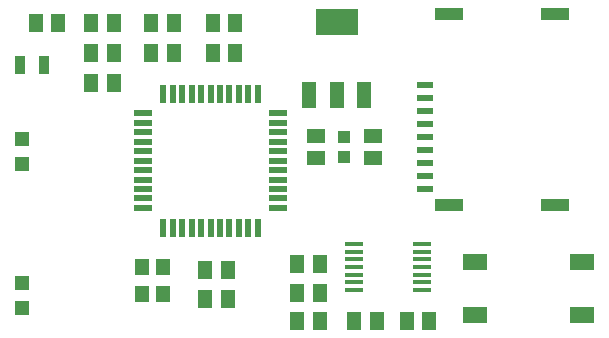
<source format=gtp>
G04 EAGLE Gerber RS-274X export*
G75*
%MOMM*%
%FSLAX34Y34*%
%LPD*%
%INSolderpaste Top*%
%IPPOS*%
%AMOC8*
5,1,8,0,0,1.08239X$1,22.5*%
G01*
%ADD10R,1.500000X1.300000*%
%ADD11R,1.000000X1.100000*%
%ADD12R,1.300000X1.500000*%
%ADD13R,0.920000X1.520000*%
%ADD14R,1.200000X1.200000*%
%ADD15R,1.219200X2.235200*%
%ADD16R,3.600000X2.200000*%
%ADD17R,1.599800X0.547100*%
%ADD18R,0.547100X1.599800*%
%ADD19R,1.571900X0.406800*%
%ADD20R,1.400000X0.620000*%
%ADD21R,2.400000X1.100000*%
%ADD22R,2.100000X1.400000*%
%ADD23R,1.186800X1.386800*%


D10*
X314960Y732130D03*
X314960Y713130D03*
X266700Y732130D03*
X266700Y713130D03*
D11*
X290830Y731130D03*
X290830Y714130D03*
D12*
X173380Y618490D03*
X192380Y618490D03*
X173380Y594360D03*
X192380Y594360D03*
X76860Y828040D03*
X95860Y828040D03*
X76860Y777240D03*
X95860Y777240D03*
X76860Y802640D03*
X95860Y802640D03*
D13*
X16620Y792480D03*
X36720Y792480D03*
D14*
X17780Y729320D03*
X17780Y708320D03*
D15*
X261366Y766572D03*
X284480Y766572D03*
X307594Y766572D03*
D16*
X284480Y828550D03*
D17*
X120987Y751200D03*
X120987Y743200D03*
X120987Y735200D03*
X120987Y727200D03*
X120987Y719200D03*
X120987Y711200D03*
X120987Y703200D03*
X120987Y695200D03*
X120987Y687200D03*
X120987Y679200D03*
X120987Y671200D03*
D18*
X137800Y654387D03*
X145800Y654387D03*
X153800Y654387D03*
X161800Y654387D03*
X169800Y654387D03*
X177800Y654387D03*
X185800Y654387D03*
X193800Y654387D03*
X201800Y654387D03*
X209800Y654387D03*
X217800Y654387D03*
D17*
X234613Y671200D03*
X234613Y679200D03*
X234613Y687200D03*
X234613Y695200D03*
X234613Y703200D03*
X234613Y711200D03*
X234613Y719200D03*
X234613Y727200D03*
X234613Y735200D03*
X234613Y743200D03*
X234613Y751200D03*
D18*
X217800Y768013D03*
X209800Y768013D03*
X201800Y768013D03*
X193800Y768013D03*
X185800Y768013D03*
X177800Y768013D03*
X169800Y768013D03*
X161800Y768013D03*
X153800Y768013D03*
X145800Y768013D03*
X137800Y768013D03*
D19*
X299104Y640553D03*
X299104Y634053D03*
X299104Y627553D03*
X299104Y621053D03*
X299104Y614553D03*
X299104Y608053D03*
X299104Y601553D03*
X356538Y601553D03*
X356538Y608053D03*
X356538Y614553D03*
X356538Y621053D03*
X356538Y627553D03*
X356538Y634053D03*
X356538Y640553D03*
D20*
X359630Y775430D03*
X359630Y764430D03*
X359630Y753430D03*
X359630Y742430D03*
X359630Y731430D03*
X359630Y720430D03*
X359630Y709430D03*
X359630Y698430D03*
X359630Y687430D03*
D21*
X379630Y673630D03*
X469630Y673630D03*
X469630Y835130D03*
X379630Y835130D03*
D12*
X179730Y802640D03*
X198730Y802640D03*
X343721Y575333D03*
X362721Y575333D03*
X198730Y828040D03*
X179730Y828040D03*
X146660Y828040D03*
X127660Y828040D03*
X270011Y575333D03*
X251011Y575333D03*
X29870Y828040D03*
X48870Y828040D03*
X146660Y802640D03*
X127660Y802640D03*
X270011Y623593D03*
X251011Y623593D03*
X270011Y599463D03*
X251011Y599463D03*
X318271Y575333D03*
X299271Y575333D03*
D14*
X17780Y586400D03*
X17780Y607400D03*
D22*
X401540Y580750D03*
X401540Y625750D03*
X492540Y625750D03*
X492540Y580750D03*
D23*
X119395Y620975D03*
X119395Y598225D03*
X137145Y598225D03*
X137145Y620975D03*
M02*

</source>
